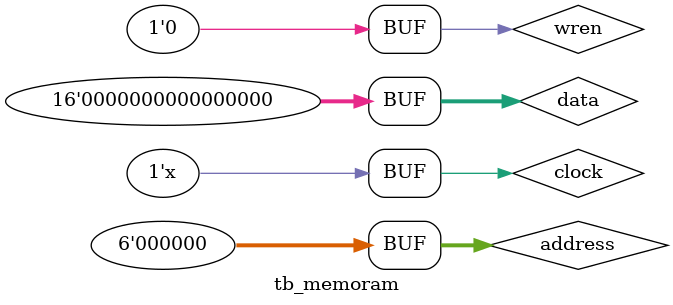
<source format=v>
`timescale 1 ns / 1 ns

module tb_memoram;

  // Entradas
  reg [5:0] address;
  reg clock;
  reg [15:0] data;
  reg wren;

  // Saída
  wire [15:0] q;

  // Instancia o módulo da memória
  memoram dut (
    .address(address),
    .clock(clock),
    .data(data),
    .wren(wren),
    .q(q)
  );

  // Geração de clock (10ns período)
  initial clock = 0;
  always #50 clock = ~clock;

  // Estímulos
  initial begin
    $display("Iniciando Testbench...");
    
    // Inicializações
    address = 0;
    data = 0;
    wren = 0;

    // Aguarda alguns ciclos
    #100;

    // Escreve valor 0xAAAA no endereço 5
    // address = 6'd5;
    // data = 16'hAAAA;
    // wren = 1;
    // #100;

    // // Escreve valor 0x1234 no endereço 10
    // address = 6'd10;
    // data = 16'h1234;
    // #100;

    // // Escreve valor 0xFFFF no endereço 20
    // address = 6'd20;
    // data = 16'hFFFF;
    // #100;

    // // Desabilita escrita
    // wren = 0;

    // // Lê dos mesmos endereços com atraso de clock
    // #100;
    // address = 6'd5;
    // #10;
    // $display("Endereco 5 = %h (esperado: AAAA)", q);

    // address = 6'd10;
    // #10;
    // $display("Endereco 10 = %h (esperado: 1234)", q);

    // address = 6'd20;
    // #10;
    // $display("Endereco 20 = %h (esperado: FFFF)", q);

    // $display("Testbench finalizado.");
    // $stop;
  end

endmodule

</source>
